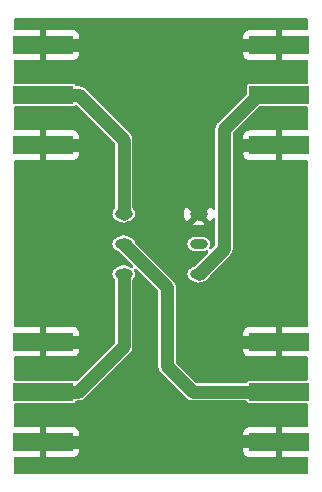
<source format=gbr>
%TF.GenerationSoftware,KiCad,Pcbnew,(7.0.0)*%
%TF.CreationDate,2023-09-17T18:35:59+02:00*%
%TF.ProjectId,lisn-mate,6c69736e-2d6d-4617-9465-2e6b69636164,rev?*%
%TF.SameCoordinates,PX5c887a0PY7eee240*%
%TF.FileFunction,Copper,L1,Top*%
%TF.FilePolarity,Positive*%
%FSLAX46Y46*%
G04 Gerber Fmt 4.6, Leading zero omitted, Abs format (unit mm)*
G04 Created by KiCad (PCBNEW (7.0.0)) date 2023-09-17 18:35:59*
%MOMM*%
%LPD*%
G01*
G04 APERTURE LIST*
%TA.AperFunction,SMDPad,CuDef*%
%ADD10O,1.500000X0.800000*%
%TD*%
%TA.AperFunction,SMDPad,CuDef*%
%ADD11R,5.080000X1.500000*%
%TD*%
%TA.AperFunction,ViaPad*%
%ADD12C,0.800000*%
%TD*%
%TA.AperFunction,Conductor*%
%ADD13C,1.070000*%
%TD*%
G04 APERTURE END LIST*
D10*
%TO.P,T1,1,AA*%
%TO.N,Net-(J1-In)*%
X16146999Y17955999D03*
%TO.P,T1,2*%
%TO.N,N/C*%
X16146999Y20495999D03*
%TO.P,T1,3,AB*%
%TO.N,GND*%
X16146999Y23035999D03*
%TO.P,T1,4,SA*%
%TO.N,Net-(J4-In)*%
X9796999Y23035999D03*
%TO.P,T1,5,SC*%
%TO.N,Net-(J2-In)*%
X9796999Y20495999D03*
%TO.P,T1,6,SB*%
%TO.N,Net-(J3-In)*%
X9796999Y17955999D03*
%TD*%
D11*
%TO.P,J2,1,In*%
%TO.N,Net-(J2-In)*%
X22971999Y7975999D03*
%TO.P,J2,2,Ext*%
%TO.N,GND*%
X22971999Y12225999D03*
X22971999Y3725999D03*
%TD*%
%TO.P,J1,1,In*%
%TO.N,Net-(J1-In)*%
X22971999Y33095999D03*
%TO.P,J1,2,Ext*%
%TO.N,GND*%
X22971999Y37345999D03*
X22971999Y28845999D03*
%TD*%
%TO.P,J4,1,In*%
%TO.N,Net-(J4-In)*%
X2971999Y33095999D03*
%TO.P,J4,2,Ext*%
%TO.N,GND*%
X2971999Y28845999D03*
X2971999Y37345999D03*
%TD*%
%TO.P,J3,1,In*%
%TO.N,Net-(J3-In)*%
X2971999Y7975999D03*
%TO.P,J3,2,Ext*%
%TO.N,GND*%
X2971999Y3725999D03*
X2971999Y12225999D03*
%TD*%
D12*
%TO.N,GND*%
X6350000Y12192000D03*
X19558000Y3810000D03*
X8128000Y2032000D03*
X13208000Y38608000D03*
X1524000Y20320000D03*
X24384000Y22860000D03*
X13208000Y2032000D03*
X18288000Y2032000D03*
X24384000Y17780000D03*
X6350000Y3810000D03*
X24384000Y15240000D03*
X15748000Y2032000D03*
X18288000Y38608000D03*
X19558000Y37338000D03*
X1524000Y17780000D03*
X1524000Y22860000D03*
X24384000Y20320000D03*
X1524000Y15240000D03*
X19558000Y28702000D03*
X1524000Y25400000D03*
X24384000Y25400000D03*
X6350000Y37338000D03*
X15748000Y38608000D03*
X6350000Y28702000D03*
X10668000Y38608000D03*
X10668000Y2032000D03*
X19558000Y12192000D03*
X8128000Y38608000D03*
%TD*%
D13*
%TO.N,Net-(J1-In)*%
X22972000Y33096000D02*
X21182000Y33096000D01*
X18288000Y30202000D02*
X18288000Y20097000D01*
X21182000Y33096000D02*
X18288000Y30202000D01*
X18288000Y20097000D02*
X16147000Y17956000D01*
%TO.N,GND*%
X22938000Y12192000D02*
X22972000Y12226000D01*
X2972000Y28846000D02*
X6206000Y28846000D01*
X22972000Y28846000D02*
X19702000Y28846000D01*
X6206000Y28846000D02*
X6350000Y28702000D01*
X19558000Y3810000D02*
X22888000Y3810000D01*
X2972000Y37346000D02*
X6342000Y37346000D01*
X22964000Y37338000D02*
X22972000Y37346000D01*
X6266000Y3726000D02*
X6350000Y3810000D01*
X16147000Y33927000D02*
X16147000Y23036000D01*
X19558000Y12192000D02*
X22938000Y12192000D01*
X2972000Y12226000D02*
X6316000Y12226000D01*
X2972000Y3726000D02*
X6266000Y3726000D01*
X6342000Y37346000D02*
X6350000Y37338000D01*
X19558000Y37338000D02*
X22964000Y37338000D01*
X22888000Y3810000D02*
X22972000Y3726000D01*
X19558000Y37338000D02*
X16147000Y33927000D01*
X6316000Y12226000D02*
X6350000Y12192000D01*
X19702000Y28846000D02*
X19558000Y28702000D01*
%TO.N,Net-(J2-In)*%
X9797000Y20496000D02*
X13462000Y16831000D01*
X15646000Y7976000D02*
X22972000Y7976000D01*
X13462000Y16831000D02*
X13462000Y10160000D01*
X13462000Y10160000D02*
X15646000Y7976000D01*
%TO.N,Net-(J3-In)*%
X2972000Y7976000D02*
X5944000Y7976000D01*
X5944000Y7976000D02*
X9797000Y11829000D01*
X9797000Y11829000D02*
X9797000Y17956000D01*
%TO.N,Net-(J4-In)*%
X9797000Y29319000D02*
X9797000Y23036000D01*
X6020000Y33096000D02*
X9797000Y29319000D01*
X2972000Y33096000D02*
X6020000Y33096000D01*
%TD*%
%TA.AperFunction,Conductor*%
%TO.N,GND*%
G36*
X10884318Y18368528D02*
G01*
X12690181Y16562665D01*
X12717061Y16522437D01*
X12726500Y16474984D01*
X12726500Y10222617D01*
X12725191Y10204648D01*
X12721806Y10181537D01*
X12722435Y10174346D01*
X12722435Y10174339D01*
X12726028Y10133279D01*
X12726500Y10122472D01*
X12726500Y10117161D01*
X12726916Y10113600D01*
X12726917Y10113586D01*
X12730022Y10087023D01*
X12730388Y10083438D01*
X12736791Y10010256D01*
X12739063Y10003397D01*
X12739659Y10000515D01*
X12739757Y9999905D01*
X12739766Y9999863D01*
X12739935Y9999269D01*
X12740614Y9996403D01*
X12741453Y9989227D01*
X12743922Y9982444D01*
X12743924Y9982435D01*
X12766575Y9920202D01*
X12767758Y9916799D01*
X12788599Y9853906D01*
X12788603Y9853896D01*
X12790873Y9847048D01*
X12794662Y9840904D01*
X12795910Y9838229D01*
X12796146Y9837658D01*
X12796159Y9837632D01*
X12796461Y9837091D01*
X12797788Y9834449D01*
X12800259Y9827661D01*
X12840636Y9766271D01*
X12842547Y9763271D01*
X12877341Y9706860D01*
X12877345Y9706855D01*
X12881134Y9700712D01*
X12886240Y9695606D01*
X12888070Y9693292D01*
X12888424Y9692801D01*
X12888462Y9692755D01*
X12888877Y9692302D01*
X12890768Y9690048D01*
X12894739Y9684011D01*
X12899992Y9679055D01*
X12899993Y9679054D01*
X12948179Y9633593D01*
X12950766Y9631080D01*
X15081645Y7500201D01*
X15093426Y7486569D01*
X15107375Y7467833D01*
X15112901Y7463196D01*
X15112907Y7463190D01*
X15144489Y7436690D01*
X15152464Y7429382D01*
X15156214Y7425632D01*
X15159046Y7423393D01*
X15159056Y7423384D01*
X15180021Y7406808D01*
X15182777Y7404564D01*
X15239085Y7357315D01*
X15245542Y7354073D01*
X15248000Y7352456D01*
X15248498Y7352096D01*
X15248549Y7352064D01*
X15249087Y7351763D01*
X15251585Y7350223D01*
X15257251Y7345742D01*
X15323857Y7314684D01*
X15327046Y7313139D01*
X15386269Y7283396D01*
X15386274Y7283394D01*
X15392732Y7280151D01*
X15399766Y7278484D01*
X15402533Y7277477D01*
X15403105Y7277240D01*
X15403140Y7277228D01*
X15403745Y7277056D01*
X15406527Y7276135D01*
X15413077Y7273080D01*
X15485000Y7258229D01*
X15488508Y7257451D01*
X15552999Y7242166D01*
X15553006Y7242166D01*
X15560032Y7240500D01*
X15567256Y7240500D01*
X15570183Y7240158D01*
X15570783Y7240061D01*
X15570843Y7240055D01*
X15571457Y7240028D01*
X15574386Y7239772D01*
X15581461Y7238311D01*
X15654899Y7240448D01*
X15658507Y7240500D01*
X20124448Y7240500D01*
X20171901Y7231061D01*
X20212130Y7204181D01*
X20239010Y7163951D01*
X20240749Y7159751D01*
X20243133Y7147769D01*
X20287448Y7081448D01*
X20353769Y7037133D01*
X20412252Y7025500D01*
X20418348Y7025500D01*
X25276000Y7025500D01*
X25338000Y7008887D01*
X25383387Y6963500D01*
X25400000Y6901500D01*
X25400000Y5100000D01*
X25383387Y5038000D01*
X25338000Y4992613D01*
X25276000Y4976000D01*
X23238326Y4976000D01*
X23225450Y4972550D01*
X23222000Y4959674D01*
X23222000Y2492326D01*
X23225450Y2479451D01*
X23238326Y2476000D01*
X25276000Y2476000D01*
X25338000Y2459387D01*
X25383387Y2414000D01*
X25400000Y2352000D01*
X25400000Y1140000D01*
X25383387Y1078000D01*
X25338000Y1032613D01*
X25276000Y1016000D01*
X632000Y1016000D01*
X570000Y1032613D01*
X524613Y1078000D01*
X508000Y1140000D01*
X508000Y2352000D01*
X524613Y2414000D01*
X570000Y2459387D01*
X632000Y2476000D01*
X2705674Y2476000D01*
X2718549Y2479451D01*
X2722000Y2492326D01*
X3222000Y2492326D01*
X3225450Y2479451D01*
X3238326Y2476000D01*
X5556518Y2476000D01*
X5563114Y2476354D01*
X5611667Y2481574D01*
X5626641Y2485112D01*
X5745777Y2529548D01*
X5761189Y2537963D01*
X5862092Y2613499D01*
X5874501Y2625908D01*
X5950037Y2726811D01*
X5958452Y2742223D01*
X6002888Y2861359D01*
X6006426Y2876333D01*
X6011646Y2924886D01*
X6012000Y2931482D01*
X19932000Y2931482D01*
X19932353Y2924886D01*
X19937573Y2876333D01*
X19941111Y2861359D01*
X19985547Y2742223D01*
X19993962Y2726811D01*
X20069498Y2625908D01*
X20081907Y2613499D01*
X20182810Y2537963D01*
X20198222Y2529548D01*
X20317358Y2485112D01*
X20332332Y2481574D01*
X20380885Y2476354D01*
X20387482Y2476000D01*
X22705674Y2476000D01*
X22718549Y2479451D01*
X22722000Y2492326D01*
X22722000Y3459674D01*
X22718549Y3472550D01*
X22705674Y3476000D01*
X19948326Y3476000D01*
X19935450Y3472550D01*
X19932000Y3459674D01*
X19932000Y2931482D01*
X6012000Y2931482D01*
X6012000Y3459674D01*
X6008549Y3472550D01*
X5995674Y3476000D01*
X3238326Y3476000D01*
X3225450Y3472550D01*
X3222000Y3459674D01*
X3222000Y2492326D01*
X2722000Y2492326D01*
X2722000Y3992326D01*
X3222000Y3992326D01*
X3225450Y3979451D01*
X3238326Y3976000D01*
X5995674Y3976000D01*
X6008549Y3979451D01*
X6012000Y3992326D01*
X19932000Y3992326D01*
X19935450Y3979451D01*
X19948326Y3976000D01*
X22705674Y3976000D01*
X22718549Y3979451D01*
X22722000Y3992326D01*
X22722000Y4959674D01*
X22718549Y4972550D01*
X22705674Y4976000D01*
X20387482Y4976000D01*
X20380885Y4975647D01*
X20332332Y4970427D01*
X20317358Y4966889D01*
X20198222Y4922453D01*
X20182810Y4914038D01*
X20081907Y4838502D01*
X20069498Y4826093D01*
X19993962Y4725190D01*
X19985547Y4709778D01*
X19941111Y4590642D01*
X19937573Y4575668D01*
X19932353Y4527115D01*
X19932000Y4520518D01*
X19932000Y3992326D01*
X6012000Y3992326D01*
X6012000Y4520518D01*
X6011646Y4527115D01*
X6006426Y4575668D01*
X6002888Y4590642D01*
X5958452Y4709778D01*
X5950037Y4725190D01*
X5874501Y4826093D01*
X5862092Y4838502D01*
X5761189Y4914038D01*
X5745777Y4922453D01*
X5626641Y4966889D01*
X5611667Y4970427D01*
X5563114Y4975647D01*
X5556518Y4976000D01*
X3238326Y4976000D01*
X3225450Y4972550D01*
X3222000Y4959674D01*
X3222000Y3992326D01*
X2722000Y3992326D01*
X2722000Y4959674D01*
X2718549Y4972550D01*
X2705674Y4976000D01*
X632000Y4976000D01*
X570000Y4992613D01*
X524613Y5038000D01*
X508000Y5100000D01*
X508000Y6901500D01*
X524613Y6963500D01*
X570000Y7008887D01*
X632000Y7025500D01*
X5525652Y7025500D01*
X5531748Y7025500D01*
X5590231Y7037133D01*
X5656552Y7081448D01*
X5700867Y7147769D01*
X5703250Y7159752D01*
X5704990Y7163951D01*
X5731870Y7204181D01*
X5772099Y7231061D01*
X5819552Y7240500D01*
X5881383Y7240500D01*
X5899352Y7239192D01*
X5922463Y7235806D01*
X5970720Y7240028D01*
X5981528Y7240500D01*
X5983230Y7240500D01*
X5986839Y7240500D01*
X6017030Y7244030D01*
X6020511Y7244385D01*
X6093744Y7250791D01*
X6100608Y7253067D01*
X6103465Y7253656D01*
X6104087Y7253757D01*
X6104152Y7253771D01*
X6104745Y7253939D01*
X6107597Y7254615D01*
X6114773Y7255453D01*
X6121559Y7257924D01*
X6121563Y7257924D01*
X6183816Y7280583D01*
X6187225Y7281768D01*
X6250093Y7302600D01*
X6250094Y7302601D01*
X6256952Y7304873D01*
X6263102Y7308668D01*
X6265761Y7309907D01*
X6266330Y7310143D01*
X6266380Y7310167D01*
X6266934Y7310476D01*
X6269540Y7311786D01*
X6276339Y7314259D01*
X6337747Y7354650D01*
X6340694Y7356528D01*
X6403288Y7395134D01*
X6408398Y7400246D01*
X6410700Y7402065D01*
X6411196Y7402423D01*
X6411256Y7402473D01*
X6411711Y7402889D01*
X6413949Y7404768D01*
X6419989Y7408739D01*
X6470442Y7462218D01*
X6472887Y7464735D01*
X10272806Y11264654D01*
X10286426Y11276424D01*
X10305167Y11290375D01*
X10336308Y11327490D01*
X10343607Y11335455D01*
X10347369Y11339215D01*
X10366205Y11363038D01*
X10368453Y11365797D01*
X10415685Y11422085D01*
X10418930Y11428548D01*
X10420529Y11430979D01*
X10420894Y11431485D01*
X10420940Y11431556D01*
X10421235Y11432085D01*
X10422773Y11434579D01*
X10427259Y11440251D01*
X10458323Y11506872D01*
X10459863Y11510053D01*
X10492849Y11575732D01*
X10494516Y11582771D01*
X10495515Y11585513D01*
X10495756Y11586096D01*
X10495776Y11586153D01*
X10495944Y11586745D01*
X10496866Y11589529D01*
X10499921Y11596078D01*
X10514780Y11668044D01*
X10515562Y11671569D01*
X10532500Y11743032D01*
X10532500Y11750253D01*
X10532843Y11753186D01*
X10532938Y11753775D01*
X10532945Y11753846D01*
X10532972Y11754457D01*
X10533228Y11757388D01*
X10534689Y11764461D01*
X10532552Y11837915D01*
X10532500Y11841521D01*
X10532500Y17435073D01*
X10541938Y17482524D01*
X10568816Y17522752D01*
X10568835Y17522772D01*
X10575282Y17527718D01*
X10671536Y17653159D01*
X10732044Y17799238D01*
X10752682Y17956000D01*
X10732044Y18112762D01*
X10682075Y18233396D01*
X10674164Y18300244D01*
X10702346Y18361378D01*
X10758319Y18398778D01*
X10825584Y18401421D01*
X10884318Y18368528D01*
G37*
%TD.AperFunction*%
%TA.AperFunction,Conductor*%
G36*
X25338000Y39607387D02*
G01*
X25383387Y39562000D01*
X25400000Y39500000D01*
X25400000Y38720000D01*
X25383387Y38658000D01*
X25338000Y38612613D01*
X25276000Y38596000D01*
X23238326Y38596000D01*
X23225450Y38592550D01*
X23222000Y38579674D01*
X23222000Y36112326D01*
X23225450Y36099451D01*
X23238326Y36096000D01*
X25276000Y36096000D01*
X25338000Y36079387D01*
X25383387Y36034000D01*
X25400000Y35972000D01*
X25400000Y34170500D01*
X25383387Y34108500D01*
X25338000Y34063113D01*
X25276000Y34046500D01*
X20412252Y34046500D01*
X20406277Y34045312D01*
X20406271Y34045311D01*
X20365747Y34037250D01*
X20365745Y34037250D01*
X20353769Y34034867D01*
X20343618Y34028085D01*
X20343615Y34028083D01*
X20297601Y33997337D01*
X20297598Y33997335D01*
X20287448Y33990552D01*
X20280665Y33980402D01*
X20280663Y33980399D01*
X20249917Y33934385D01*
X20249915Y33934382D01*
X20243133Y33924231D01*
X20240750Y33912255D01*
X20240750Y33912253D01*
X20232689Y33871729D01*
X20232688Y33871723D01*
X20231500Y33865748D01*
X20231500Y33859652D01*
X20231500Y33237017D01*
X20222061Y33189564D01*
X20195181Y33149336D01*
X17812200Y30766356D01*
X17798572Y30754578D01*
X17785626Y30744940D01*
X17785615Y30744931D01*
X17779833Y30740625D01*
X17775196Y30735100D01*
X17775196Y30735099D01*
X17748691Y30703512D01*
X17741396Y30695550D01*
X17740180Y30694335D01*
X17740174Y30694329D01*
X17737631Y30691785D01*
X17735394Y30688957D01*
X17735386Y30688947D01*
X17718812Y30667987D01*
X17716539Y30665196D01*
X17673951Y30614441D01*
X17673948Y30614437D01*
X17669315Y30608915D01*
X17666079Y30602475D01*
X17664446Y30599990D01*
X17664100Y30599511D01*
X17664066Y30599458D01*
X17663774Y30598934D01*
X17662215Y30596407D01*
X17657742Y30590749D01*
X17654694Y30584213D01*
X17654688Y30584203D01*
X17626679Y30524139D01*
X17625125Y30520929D01*
X17592151Y30455268D01*
X17590486Y30448248D01*
X17589470Y30445454D01*
X17589240Y30444898D01*
X17589222Y30444848D01*
X17589059Y30444272D01*
X17588127Y30441460D01*
X17585079Y30434922D01*
X17583619Y30427856D01*
X17583620Y30427856D01*
X17570227Y30362997D01*
X17569447Y30359480D01*
X17554164Y30294994D01*
X17554162Y30294985D01*
X17552500Y30287968D01*
X17552500Y30280756D01*
X17552156Y30277812D01*
X17552060Y30277221D01*
X17552055Y30277164D01*
X17552028Y30276543D01*
X17551771Y30273613D01*
X17550311Y30266539D01*
X17550521Y30259323D01*
X17550521Y30259322D01*
X17552448Y30193100D01*
X17552500Y30189493D01*
X17552500Y23461415D01*
X17534565Y23397180D01*
X17485949Y23351526D01*
X17420714Y23337660D01*
X17357731Y23359593D01*
X17315220Y23410980D01*
X17283357Y23482545D01*
X17276898Y23493733D01*
X17173331Y23636281D01*
X17164686Y23645881D01*
X17147860Y23661032D01*
X17136256Y23667072D01*
X17124982Y23660431D01*
X16512096Y23047544D01*
X16505431Y23036000D01*
X16512095Y23024458D01*
X17124981Y22411572D01*
X17136256Y22404930D01*
X17147861Y22410971D01*
X17164686Y22426120D01*
X17173331Y22435721D01*
X17276898Y22578267D01*
X17283357Y22589455D01*
X17315220Y22661019D01*
X17357731Y22712406D01*
X17420714Y22734339D01*
X17485949Y22720473D01*
X17534565Y22674819D01*
X17552500Y22610584D01*
X17552500Y20453016D01*
X17543061Y20405563D01*
X17516183Y20365338D01*
X17369455Y20218609D01*
X17234318Y20083473D01*
X17175584Y20050581D01*
X17108318Y20053224D01*
X17052346Y20090624D01*
X17024163Y20151758D01*
X17032075Y20218604D01*
X17082044Y20339238D01*
X17102682Y20496000D01*
X17082044Y20652762D01*
X17021536Y20798841D01*
X16925282Y20924282D01*
X16799841Y21020536D01*
X16661273Y21077933D01*
X16661271Y21077934D01*
X16661268Y21077935D01*
X16653762Y21081044D01*
X16645708Y21082105D01*
X16645702Y21082106D01*
X16540381Y21095971D01*
X16540377Y21095972D01*
X16536361Y21096500D01*
X15757639Y21096500D01*
X15753623Y21095972D01*
X15753618Y21095971D01*
X15648297Y21082106D01*
X15648289Y21082104D01*
X15640238Y21081044D01*
X15632733Y21077936D01*
X15632728Y21077934D01*
X15501666Y21023646D01*
X15501662Y21023645D01*
X15494159Y21020536D01*
X15487714Y21015592D01*
X15487711Y21015589D01*
X15375164Y20929229D01*
X15375160Y20929226D01*
X15368718Y20924282D01*
X15363774Y20917840D01*
X15363771Y20917836D01*
X15277411Y20805289D01*
X15277408Y20805286D01*
X15272464Y20798841D01*
X15269355Y20791338D01*
X15269354Y20791334D01*
X15215066Y20660272D01*
X15215064Y20660267D01*
X15211956Y20652762D01*
X15210896Y20644711D01*
X15210894Y20644703D01*
X15192702Y20506518D01*
X15191318Y20496000D01*
X15192379Y20487941D01*
X15210894Y20347298D01*
X15210895Y20347292D01*
X15211956Y20339238D01*
X15272464Y20193159D01*
X15368718Y20067718D01*
X15494159Y19971464D01*
X15640238Y19910956D01*
X15757639Y19895500D01*
X16532308Y19895500D01*
X16536361Y19895500D01*
X16653762Y19910956D01*
X16774393Y19960924D01*
X16841243Y19968835D01*
X16902376Y19940652D01*
X16939776Y19884680D01*
X16942419Y19817415D01*
X16909526Y19758681D01*
X15729484Y18578640D01*
X15696650Y18555110D01*
X15657994Y18543383D01*
X15648304Y18542107D01*
X15648296Y18542106D01*
X15640238Y18541044D01*
X15632731Y18537935D01*
X15632725Y18537933D01*
X15501666Y18483646D01*
X15501662Y18483645D01*
X15494159Y18480536D01*
X15487714Y18475592D01*
X15487711Y18475589D01*
X15375164Y18389229D01*
X15375160Y18389226D01*
X15368718Y18384282D01*
X15363774Y18377840D01*
X15363771Y18377836D01*
X15277411Y18265289D01*
X15277408Y18265286D01*
X15272464Y18258841D01*
X15269355Y18251338D01*
X15269354Y18251334D01*
X15215066Y18120272D01*
X15215064Y18120267D01*
X15211956Y18112762D01*
X15210896Y18104711D01*
X15210894Y18104703D01*
X15192702Y17966518D01*
X15191318Y17956000D01*
X15192379Y17947941D01*
X15210894Y17807298D01*
X15210895Y17807292D01*
X15211956Y17799238D01*
X15272464Y17653159D01*
X15368718Y17527718D01*
X15494159Y17431464D01*
X15580569Y17395672D01*
X15632729Y17374066D01*
X15632731Y17374066D01*
X15640238Y17370956D01*
X15684030Y17365192D01*
X15738967Y17343829D01*
X15795555Y17304205D01*
X15955342Y17240725D01*
X16125463Y17215806D01*
X16296744Y17230791D01*
X16459952Y17284873D01*
X16562200Y17347942D01*
X16611113Y17365342D01*
X16653762Y17370956D01*
X16799841Y17431464D01*
X16925282Y17527718D01*
X17021536Y17653159D01*
X17082044Y17799238D01*
X17084381Y17816991D01*
X17096107Y17855649D01*
X17119636Y17888484D01*
X18763806Y19532654D01*
X18777426Y19544424D01*
X18796167Y19558375D01*
X18827308Y19595490D01*
X18834607Y19603455D01*
X18838369Y19607215D01*
X18857203Y19631037D01*
X18859437Y19633780D01*
X18906685Y19690085D01*
X18909930Y19696548D01*
X18911531Y19698982D01*
X18911892Y19699482D01*
X18911936Y19699552D01*
X18912238Y19700092D01*
X18913771Y19702578D01*
X18918258Y19708251D01*
X18949350Y19774931D01*
X18950824Y19777976D01*
X18983849Y19843732D01*
X18985516Y19850768D01*
X18986517Y19853517D01*
X18986753Y19854088D01*
X18986777Y19854155D01*
X18986944Y19854744D01*
X18987865Y19857527D01*
X18990921Y19864077D01*
X19005781Y19936048D01*
X19006563Y19939573D01*
X19011623Y19960923D01*
X19023500Y20011032D01*
X19023500Y20018253D01*
X19023843Y20021186D01*
X19023938Y20021775D01*
X19023945Y20021846D01*
X19023972Y20022457D01*
X19024228Y20025387D01*
X19025689Y20032461D01*
X19023552Y20105900D01*
X19023500Y20109507D01*
X19023500Y28051482D01*
X19932000Y28051482D01*
X19932353Y28044886D01*
X19937573Y27996333D01*
X19941111Y27981359D01*
X19985547Y27862223D01*
X19993962Y27846811D01*
X20069498Y27745908D01*
X20081907Y27733499D01*
X20182810Y27657963D01*
X20198222Y27649548D01*
X20317358Y27605112D01*
X20332332Y27601574D01*
X20380885Y27596354D01*
X20387482Y27596000D01*
X22705674Y27596000D01*
X22718549Y27599451D01*
X22722000Y27612326D01*
X22722000Y28579674D01*
X22718549Y28592550D01*
X22705674Y28596000D01*
X19948326Y28596000D01*
X19935450Y28592550D01*
X19932000Y28579674D01*
X19932000Y28051482D01*
X19023500Y28051482D01*
X19023500Y29112326D01*
X19932000Y29112326D01*
X19935450Y29099451D01*
X19948326Y29096000D01*
X22705674Y29096000D01*
X22718549Y29099451D01*
X22722000Y29112326D01*
X22722000Y30079674D01*
X22718549Y30092550D01*
X22705674Y30096000D01*
X20387482Y30096000D01*
X20380885Y30095647D01*
X20332332Y30090427D01*
X20317358Y30086889D01*
X20198222Y30042453D01*
X20182810Y30034038D01*
X20081907Y29958502D01*
X20069498Y29946093D01*
X19993962Y29845190D01*
X19985547Y29829778D01*
X19941111Y29710642D01*
X19937573Y29695668D01*
X19932353Y29647115D01*
X19932000Y29640518D01*
X19932000Y29112326D01*
X19023500Y29112326D01*
X19023500Y29845984D01*
X19032939Y29893437D01*
X19059819Y29933665D01*
X21235335Y32109181D01*
X21275563Y32136061D01*
X21323016Y32145500D01*
X25276000Y32145500D01*
X25338000Y32128887D01*
X25383387Y32083500D01*
X25400000Y32021500D01*
X25400000Y30220000D01*
X25383387Y30158000D01*
X25338000Y30112613D01*
X25276000Y30096000D01*
X23238326Y30096000D01*
X23225450Y30092550D01*
X23222000Y30079674D01*
X23222000Y27612326D01*
X23225450Y27599451D01*
X23238326Y27596000D01*
X25276000Y27596000D01*
X25338000Y27579387D01*
X25383387Y27534000D01*
X25400000Y27472000D01*
X25400000Y13600000D01*
X25383387Y13538000D01*
X25338000Y13492613D01*
X25276000Y13476000D01*
X23238326Y13476000D01*
X23225450Y13472550D01*
X23222000Y13459674D01*
X23222000Y10992326D01*
X23225450Y10979451D01*
X23238326Y10976000D01*
X25276000Y10976000D01*
X25338000Y10959387D01*
X25383387Y10914000D01*
X25400000Y10852000D01*
X25400000Y9050500D01*
X25383387Y8988500D01*
X25338000Y8943113D01*
X25276000Y8926500D01*
X20412252Y8926500D01*
X20406277Y8925312D01*
X20406271Y8925311D01*
X20365747Y8917250D01*
X20365745Y8917250D01*
X20353769Y8914867D01*
X20343618Y8908085D01*
X20343615Y8908083D01*
X20297601Y8877337D01*
X20297598Y8877335D01*
X20287448Y8870552D01*
X20280665Y8860402D01*
X20280663Y8860399D01*
X20249919Y8814388D01*
X20249917Y8814385D01*
X20243133Y8804231D01*
X20240749Y8792250D01*
X20239010Y8788049D01*
X20212130Y8747819D01*
X20171901Y8720939D01*
X20124448Y8711500D01*
X16002016Y8711500D01*
X15954563Y8720939D01*
X15914335Y8747819D01*
X14233819Y10428335D01*
X14206939Y10468563D01*
X14197500Y10516016D01*
X14197500Y11431482D01*
X19932000Y11431482D01*
X19932353Y11424886D01*
X19937573Y11376333D01*
X19941111Y11361359D01*
X19985547Y11242223D01*
X19993962Y11226811D01*
X20069498Y11125908D01*
X20081907Y11113499D01*
X20182810Y11037963D01*
X20198222Y11029548D01*
X20317358Y10985112D01*
X20332332Y10981574D01*
X20380885Y10976354D01*
X20387482Y10976000D01*
X22705674Y10976000D01*
X22718549Y10979451D01*
X22722000Y10992326D01*
X22722000Y11959674D01*
X22718549Y11972550D01*
X22705674Y11976000D01*
X19948326Y11976000D01*
X19935450Y11972550D01*
X19932000Y11959674D01*
X19932000Y11431482D01*
X14197500Y11431482D01*
X14197500Y12492326D01*
X19932000Y12492326D01*
X19935450Y12479451D01*
X19948326Y12476000D01*
X22705674Y12476000D01*
X22718549Y12479451D01*
X22722000Y12492326D01*
X22722000Y13459674D01*
X22718549Y13472550D01*
X22705674Y13476000D01*
X20387482Y13476000D01*
X20380885Y13475647D01*
X20332332Y13470427D01*
X20317358Y13466889D01*
X20198222Y13422453D01*
X20182810Y13414038D01*
X20081907Y13338502D01*
X20069498Y13326093D01*
X19993962Y13225190D01*
X19985547Y13209778D01*
X19941111Y13090642D01*
X19937573Y13075668D01*
X19932353Y13027115D01*
X19932000Y13020518D01*
X19932000Y12492326D01*
X14197500Y12492326D01*
X14197500Y16768383D01*
X14198809Y16786355D01*
X14202194Y16809463D01*
X14197972Y16857721D01*
X14197500Y16868528D01*
X14197500Y16870229D01*
X14197500Y16873839D01*
X14193979Y16903960D01*
X14193612Y16907551D01*
X14193387Y16910122D01*
X14187209Y16980744D01*
X14184934Y16987607D01*
X14184344Y16990467D01*
X14184245Y16991079D01*
X14184228Y16991154D01*
X14184062Y16991741D01*
X14183385Y16994598D01*
X14182547Y17001773D01*
X14157415Y17070821D01*
X14156232Y17074226D01*
X14133127Y17143952D01*
X14129335Y17150100D01*
X14128089Y17152772D01*
X14127854Y17153339D01*
X14127838Y17153373D01*
X14127527Y17153929D01*
X14126214Y17156543D01*
X14123741Y17163339D01*
X14083353Y17224744D01*
X14081469Y17227701D01*
X14042866Y17290288D01*
X14037756Y17295398D01*
X14035928Y17297710D01*
X14035574Y17298200D01*
X14035528Y17298257D01*
X14035119Y17298703D01*
X14033229Y17300956D01*
X14029261Y17306989D01*
X13975819Y17357409D01*
X13973232Y17359922D01*
X10769638Y20563516D01*
X10746106Y20596356D01*
X10734381Y20635011D01*
X10732044Y20652762D01*
X10671536Y20798841D01*
X10575282Y20924282D01*
X10449841Y21020536D01*
X10303762Y21081044D01*
X10279463Y21084244D01*
X10264678Y21086190D01*
X10203957Y21111861D01*
X10191411Y21121781D01*
X10185749Y21126258D01*
X10179206Y21129309D01*
X10179203Y21129311D01*
X10036470Y21195868D01*
X10036467Y21195869D01*
X10029922Y21198921D01*
X10009011Y21203239D01*
X9868613Y21232229D01*
X9868607Y21232230D01*
X9861539Y21233689D01*
X9854321Y21233479D01*
X9696896Y21228899D01*
X9696888Y21228898D01*
X9689677Y21228688D01*
X9682705Y21226820D01*
X9682699Y21226819D01*
X9530574Y21186057D01*
X9530569Y21186056D01*
X9523601Y21184188D01*
X9517248Y21180763D01*
X9517244Y21180761D01*
X9372263Y21102588D01*
X9371644Y21103736D01*
X9325083Y21085632D01*
X9298299Y21082106D01*
X9298294Y21082105D01*
X9290238Y21081044D01*
X9282731Y21077935D01*
X9282725Y21077933D01*
X9151666Y21023646D01*
X9151662Y21023645D01*
X9144159Y21020536D01*
X9137714Y21015592D01*
X9137711Y21015589D01*
X9025164Y20929229D01*
X9025160Y20929226D01*
X9018718Y20924282D01*
X9013774Y20917840D01*
X9013771Y20917836D01*
X8927411Y20805289D01*
X8927408Y20805286D01*
X8922464Y20798841D01*
X8919355Y20791338D01*
X8919354Y20791334D01*
X8865066Y20660272D01*
X8865064Y20660267D01*
X8861956Y20652762D01*
X8860896Y20644711D01*
X8860894Y20644703D01*
X8842702Y20506518D01*
X8841318Y20496000D01*
X8842379Y20487941D01*
X8860894Y20347298D01*
X8860895Y20347292D01*
X8861956Y20339238D01*
X8922464Y20193159D01*
X9018718Y20067718D01*
X9144159Y19971464D01*
X9290238Y19910956D01*
X9307989Y19908619D01*
X9346644Y19896894D01*
X9379484Y19873362D01*
X10559527Y18693319D01*
X10592420Y18634585D01*
X10589777Y18567320D01*
X10552378Y18511348D01*
X10491244Y18483165D01*
X10424393Y18491077D01*
X10311274Y18537933D01*
X10311270Y18537935D01*
X10303762Y18541044D01*
X10295703Y18542105D01*
X10295700Y18542106D01*
X10264625Y18546197D01*
X10218812Y18561749D01*
X10096555Y18632334D01*
X10096552Y18632335D01*
X10090300Y18635945D01*
X10060209Y18644954D01*
X9932508Y18683186D01*
X9932502Y18683188D01*
X9925588Y18685257D01*
X9918381Y18685677D01*
X9918374Y18685678D01*
X9761152Y18694835D01*
X9761144Y18694835D01*
X9753943Y18695254D01*
X9746831Y18694001D01*
X9746830Y18694000D01*
X9591732Y18666653D01*
X9591724Y18666651D01*
X9584620Y18665398D01*
X9577996Y18662542D01*
X9577990Y18662539D01*
X9433377Y18600159D01*
X9433369Y18600155D01*
X9426747Y18597298D01*
X9420957Y18592989D01*
X9420954Y18592986D01*
X9390151Y18570055D01*
X9332296Y18546582D01*
X9298296Y18542105D01*
X9298295Y18542105D01*
X9290238Y18541044D01*
X9282728Y18537934D01*
X9282727Y18537933D01*
X9151666Y18483646D01*
X9151662Y18483645D01*
X9144159Y18480536D01*
X9137714Y18475592D01*
X9137711Y18475589D01*
X9025164Y18389229D01*
X9025160Y18389226D01*
X9018718Y18384282D01*
X9013774Y18377840D01*
X9013771Y18377836D01*
X8927411Y18265289D01*
X8927408Y18265286D01*
X8922464Y18258841D01*
X8919355Y18251338D01*
X8919354Y18251334D01*
X8865066Y18120272D01*
X8865064Y18120267D01*
X8861956Y18112762D01*
X8860896Y18104711D01*
X8860894Y18104703D01*
X8842702Y17966518D01*
X8841318Y17956000D01*
X8842379Y17947941D01*
X8860894Y17807298D01*
X8860895Y17807292D01*
X8861956Y17799238D01*
X8922464Y17653159D01*
X9018718Y17527718D01*
X9025164Y17522772D01*
X9025184Y17522752D01*
X9052062Y17482524D01*
X9061500Y17435073D01*
X9061500Y12185016D01*
X9052061Y12137563D01*
X9025181Y12097335D01*
X5813471Y8885626D01*
X5757884Y8853532D01*
X5693696Y8853532D01*
X5658685Y8873746D01*
X5656552Y8870552D01*
X5600384Y8908083D01*
X5600383Y8908084D01*
X5590231Y8914867D01*
X5578253Y8917250D01*
X5578252Y8917250D01*
X5537728Y8925311D01*
X5537723Y8925312D01*
X5531748Y8926500D01*
X632000Y8926500D01*
X570000Y8943113D01*
X524613Y8988500D01*
X508000Y9050500D01*
X508000Y10852000D01*
X524613Y10914000D01*
X570000Y10959387D01*
X632000Y10976000D01*
X2705674Y10976000D01*
X2718549Y10979451D01*
X2722000Y10992326D01*
X3222000Y10992326D01*
X3225450Y10979451D01*
X3238326Y10976000D01*
X5556518Y10976000D01*
X5563114Y10976354D01*
X5611667Y10981574D01*
X5626641Y10985112D01*
X5745777Y11029548D01*
X5761189Y11037963D01*
X5862092Y11113499D01*
X5874501Y11125908D01*
X5950037Y11226811D01*
X5958452Y11242223D01*
X6002888Y11361359D01*
X6006426Y11376333D01*
X6011646Y11424886D01*
X6012000Y11431482D01*
X6012000Y11959674D01*
X6008549Y11972550D01*
X5995674Y11976000D01*
X3238326Y11976000D01*
X3225450Y11972550D01*
X3222000Y11959674D01*
X3222000Y10992326D01*
X2722000Y10992326D01*
X2722000Y12492326D01*
X3222000Y12492326D01*
X3225450Y12479451D01*
X3238326Y12476000D01*
X5995674Y12476000D01*
X6008549Y12479451D01*
X6012000Y12492326D01*
X6012000Y13020518D01*
X6011646Y13027115D01*
X6006426Y13075668D01*
X6002888Y13090642D01*
X5958452Y13209778D01*
X5950037Y13225190D01*
X5874501Y13326093D01*
X5862092Y13338502D01*
X5761189Y13414038D01*
X5745777Y13422453D01*
X5626641Y13466889D01*
X5611667Y13470427D01*
X5563114Y13475647D01*
X5556518Y13476000D01*
X3238326Y13476000D01*
X3225450Y13472550D01*
X3222000Y13459674D01*
X3222000Y12492326D01*
X2722000Y12492326D01*
X2722000Y13459674D01*
X2718549Y13472550D01*
X2705674Y13476000D01*
X632000Y13476000D01*
X570000Y13492613D01*
X524613Y13538000D01*
X508000Y13600000D01*
X508000Y22152650D01*
X15621673Y22152650D01*
X15632218Y22148363D01*
X15746614Y22136339D01*
X15753078Y22136000D01*
X16540922Y22136000D01*
X16547385Y22136339D01*
X16661780Y22148362D01*
X16672325Y22152650D01*
X16666827Y22162620D01*
X16158542Y22670905D01*
X16147000Y22677569D01*
X16135456Y22670904D01*
X15627172Y22162621D01*
X15621673Y22152650D01*
X508000Y22152650D01*
X508000Y27472000D01*
X524613Y27534000D01*
X570000Y27579387D01*
X632000Y27596000D01*
X2705674Y27596000D01*
X2718549Y27599451D01*
X2722000Y27612326D01*
X3222000Y27612326D01*
X3225450Y27599451D01*
X3238326Y27596000D01*
X5556518Y27596000D01*
X5563114Y27596354D01*
X5611667Y27601574D01*
X5626641Y27605112D01*
X5745777Y27649548D01*
X5761189Y27657963D01*
X5862092Y27733499D01*
X5874501Y27745908D01*
X5950037Y27846811D01*
X5958452Y27862223D01*
X6002888Y27981359D01*
X6006426Y27996333D01*
X6011646Y28044886D01*
X6012000Y28051482D01*
X6012000Y28579674D01*
X6008549Y28592550D01*
X5995674Y28596000D01*
X3238326Y28596000D01*
X3225450Y28592550D01*
X3222000Y28579674D01*
X3222000Y27612326D01*
X2722000Y27612326D01*
X2722000Y29112326D01*
X3222000Y29112326D01*
X3225450Y29099451D01*
X3238326Y29096000D01*
X5995674Y29096000D01*
X6008549Y29099451D01*
X6012000Y29112326D01*
X6012000Y29640518D01*
X6011646Y29647115D01*
X6006426Y29695668D01*
X6002888Y29710642D01*
X5958452Y29829778D01*
X5950037Y29845190D01*
X5874501Y29946093D01*
X5862092Y29958502D01*
X5761189Y30034038D01*
X5745777Y30042453D01*
X5626641Y30086889D01*
X5611667Y30090427D01*
X5563114Y30095647D01*
X5556518Y30096000D01*
X3238326Y30096000D01*
X3225450Y30092550D01*
X3222000Y30079674D01*
X3222000Y29112326D01*
X2722000Y29112326D01*
X2722000Y30079674D01*
X2718549Y30092550D01*
X2705674Y30096000D01*
X632000Y30096000D01*
X570000Y30112613D01*
X524613Y30158000D01*
X508000Y30220000D01*
X508000Y32021500D01*
X524613Y32083500D01*
X570000Y32128887D01*
X632000Y32145500D01*
X5525652Y32145500D01*
X5531748Y32145500D01*
X5590231Y32157133D01*
X5656552Y32201448D01*
X5663337Y32211603D01*
X5671973Y32220238D01*
X5673153Y32219058D01*
X5699205Y32243868D01*
X5750803Y32260919D01*
X5804737Y32254270D01*
X5850648Y32225198D01*
X9025181Y29050665D01*
X9052061Y29010437D01*
X9061500Y28962984D01*
X9061500Y23556927D01*
X9052062Y23509476D01*
X9025184Y23469248D01*
X9025164Y23469229D01*
X9018718Y23464282D01*
X9013771Y23457836D01*
X9013769Y23457833D01*
X8927411Y23345289D01*
X8927408Y23345286D01*
X8922464Y23338841D01*
X8919355Y23331338D01*
X8919354Y23331334D01*
X8865066Y23200272D01*
X8865064Y23200267D01*
X8861956Y23192762D01*
X8860896Y23184711D01*
X8860894Y23184703D01*
X8852915Y23124092D01*
X8841318Y23036000D01*
X8842379Y23027941D01*
X8860894Y22887298D01*
X8860895Y22887292D01*
X8861956Y22879238D01*
X8922464Y22733159D01*
X9018718Y22607718D01*
X9144159Y22511464D01*
X9290238Y22450956D01*
X9329374Y22445804D01*
X9375182Y22430255D01*
X9503700Y22356055D01*
X9668412Y22306743D01*
X9840057Y22296746D01*
X10009380Y22326602D01*
X10167253Y22394702D01*
X10203844Y22421944D01*
X10261707Y22445420D01*
X10303762Y22450956D01*
X10449841Y22511464D01*
X10575282Y22607718D01*
X10671536Y22733159D01*
X10732044Y22879238D01*
X10741085Y22947908D01*
X14897000Y22947908D01*
X14898352Y22935046D01*
X14934984Y22762706D01*
X14938976Y22750421D01*
X15010641Y22589457D01*
X15017101Y22578268D01*
X15120668Y22435720D01*
X15129313Y22426120D01*
X15146138Y22410970D01*
X15157742Y22404930D01*
X15169016Y22411571D01*
X15781904Y23024458D01*
X15788568Y23036000D01*
X15781904Y23047543D01*
X15169016Y23660431D01*
X15157742Y23667072D01*
X15146138Y23661031D01*
X15129311Y23645880D01*
X15120668Y23636280D01*
X15017101Y23493734D01*
X15010642Y23482546D01*
X14938976Y23321580D01*
X14934984Y23309295D01*
X14898352Y23136955D01*
X14897000Y23124092D01*
X14897000Y22947908D01*
X10741085Y22947908D01*
X10752682Y23036000D01*
X10732044Y23192762D01*
X10671536Y23338841D01*
X10575282Y23464282D01*
X10568835Y23469229D01*
X10568816Y23469248D01*
X10541938Y23509476D01*
X10532500Y23556927D01*
X10532500Y23919353D01*
X15621672Y23919353D01*
X15627170Y23909383D01*
X16135457Y23401096D01*
X16147000Y23394432D01*
X16158542Y23401096D01*
X16666828Y23909383D01*
X16672326Y23919353D01*
X16661783Y23923639D01*
X16547386Y23935662D01*
X16540922Y23936000D01*
X15753078Y23936000D01*
X15746613Y23935662D01*
X15632215Y23923639D01*
X15621672Y23919353D01*
X10532500Y23919353D01*
X10532500Y29256383D01*
X10533809Y29274355D01*
X10537194Y29297463D01*
X10532972Y29345721D01*
X10532500Y29356528D01*
X10532500Y29358229D01*
X10532500Y29361839D01*
X10528979Y29391960D01*
X10528612Y29395551D01*
X10528387Y29398122D01*
X10522209Y29468744D01*
X10519934Y29475607D01*
X10519344Y29478467D01*
X10519245Y29479079D01*
X10519228Y29479154D01*
X10519062Y29479741D01*
X10518385Y29482598D01*
X10517547Y29489773D01*
X10492415Y29558821D01*
X10491232Y29562226D01*
X10468127Y29631952D01*
X10464335Y29638100D01*
X10463089Y29640772D01*
X10462854Y29641339D01*
X10462838Y29641373D01*
X10462527Y29641929D01*
X10461214Y29644543D01*
X10458741Y29651339D01*
X10418353Y29712744D01*
X10416469Y29715701D01*
X10377866Y29778288D01*
X10372756Y29783398D01*
X10370928Y29785710D01*
X10370574Y29786200D01*
X10370528Y29786257D01*
X10370119Y29786703D01*
X10368229Y29788956D01*
X10364261Y29794989D01*
X10310819Y29845409D01*
X10308232Y29847922D01*
X6584354Y33571800D01*
X6572571Y33585434D01*
X6562939Y33598372D01*
X6558625Y33604167D01*
X6521515Y33635307D01*
X6513539Y33642615D01*
X6512337Y33643817D01*
X6512336Y33643818D01*
X6509785Y33646369D01*
X6506957Y33648605D01*
X6506947Y33648614D01*
X6485977Y33665195D01*
X6483180Y33667473D01*
X6432450Y33710041D01*
X6432447Y33710043D01*
X6426915Y33714685D01*
X6420455Y33717930D01*
X6418003Y33719542D01*
X6417502Y33719904D01*
X6417450Y33719937D01*
X6416924Y33720231D01*
X6414410Y33721782D01*
X6408749Y33726258D01*
X6402207Y33729309D01*
X6402205Y33729310D01*
X6342165Y33757307D01*
X6338920Y33758878D01*
X6279721Y33788609D01*
X6279715Y33788611D01*
X6273268Y33791849D01*
X6266241Y33793515D01*
X6263470Y33794523D01*
X6262906Y33794757D01*
X6262849Y33794777D01*
X6262270Y33794941D01*
X6259461Y33795872D01*
X6252922Y33798921D01*
X6245853Y33800381D01*
X6245852Y33800381D01*
X6180996Y33813773D01*
X6177477Y33814553D01*
X6112990Y33829837D01*
X6112979Y33829839D01*
X6105968Y33831500D01*
X6098756Y33831500D01*
X6095812Y33831844D01*
X6095225Y33831939D01*
X6095160Y33831946D01*
X6094543Y33831972D01*
X6091612Y33832229D01*
X6084539Y33833689D01*
X6077321Y33833479D01*
X6011100Y33831552D01*
X6007493Y33831500D01*
X5819552Y33831500D01*
X5772099Y33840939D01*
X5731870Y33867819D01*
X5704990Y33908049D01*
X5703250Y33912249D01*
X5700867Y33924231D01*
X5656552Y33990552D01*
X5590231Y34034867D01*
X5578253Y34037250D01*
X5578252Y34037250D01*
X5537728Y34045311D01*
X5537723Y34045312D01*
X5531748Y34046500D01*
X632000Y34046500D01*
X570000Y34063113D01*
X524613Y34108500D01*
X508000Y34170500D01*
X508000Y35972000D01*
X524613Y36034000D01*
X570000Y36079387D01*
X632000Y36096000D01*
X2705674Y36096000D01*
X2718549Y36099451D01*
X2722000Y36112326D01*
X3222000Y36112326D01*
X3225450Y36099451D01*
X3238326Y36096000D01*
X5556518Y36096000D01*
X5563114Y36096354D01*
X5611667Y36101574D01*
X5626641Y36105112D01*
X5745777Y36149548D01*
X5761189Y36157963D01*
X5862092Y36233499D01*
X5874501Y36245908D01*
X5950037Y36346811D01*
X5958452Y36362223D01*
X6002888Y36481359D01*
X6006426Y36496333D01*
X6011646Y36544886D01*
X6012000Y36551482D01*
X19932000Y36551482D01*
X19932353Y36544886D01*
X19937573Y36496333D01*
X19941111Y36481359D01*
X19985547Y36362223D01*
X19993962Y36346811D01*
X20069498Y36245908D01*
X20081907Y36233499D01*
X20182810Y36157963D01*
X20198222Y36149548D01*
X20317358Y36105112D01*
X20332332Y36101574D01*
X20380885Y36096354D01*
X20387482Y36096000D01*
X22705674Y36096000D01*
X22718549Y36099451D01*
X22722000Y36112326D01*
X22722000Y37079674D01*
X22718549Y37092550D01*
X22705674Y37096000D01*
X19948326Y37096000D01*
X19935450Y37092550D01*
X19932000Y37079674D01*
X19932000Y36551482D01*
X6012000Y36551482D01*
X6012000Y37079674D01*
X6008549Y37092550D01*
X5995674Y37096000D01*
X3238326Y37096000D01*
X3225450Y37092550D01*
X3222000Y37079674D01*
X3222000Y36112326D01*
X2722000Y36112326D01*
X2722000Y37612326D01*
X3222000Y37612326D01*
X3225450Y37599451D01*
X3238326Y37596000D01*
X5995674Y37596000D01*
X6008549Y37599451D01*
X6012000Y37612326D01*
X19932000Y37612326D01*
X19935450Y37599451D01*
X19948326Y37596000D01*
X22705674Y37596000D01*
X22718549Y37599451D01*
X22722000Y37612326D01*
X22722000Y38579674D01*
X22718549Y38592550D01*
X22705674Y38596000D01*
X20387482Y38596000D01*
X20380885Y38595647D01*
X20332332Y38590427D01*
X20317358Y38586889D01*
X20198222Y38542453D01*
X20182810Y38534038D01*
X20081907Y38458502D01*
X20069498Y38446093D01*
X19993962Y38345190D01*
X19985547Y38329778D01*
X19941111Y38210642D01*
X19937573Y38195668D01*
X19932353Y38147115D01*
X19932000Y38140518D01*
X19932000Y37612326D01*
X6012000Y37612326D01*
X6012000Y38140518D01*
X6011646Y38147115D01*
X6006426Y38195668D01*
X6002888Y38210642D01*
X5958452Y38329778D01*
X5950037Y38345190D01*
X5874501Y38446093D01*
X5862092Y38458502D01*
X5761189Y38534038D01*
X5745777Y38542453D01*
X5626641Y38586889D01*
X5611667Y38590427D01*
X5563114Y38595647D01*
X5556518Y38596000D01*
X3238326Y38596000D01*
X3225450Y38592550D01*
X3222000Y38579674D01*
X3222000Y37612326D01*
X2722000Y37612326D01*
X2722000Y38579674D01*
X2718549Y38592550D01*
X2705674Y38596000D01*
X632000Y38596000D01*
X570000Y38612613D01*
X524613Y38658000D01*
X508000Y38720000D01*
X508000Y39500000D01*
X524613Y39562000D01*
X570000Y39607387D01*
X632000Y39624000D01*
X25276000Y39624000D01*
X25338000Y39607387D01*
G37*
%TD.AperFunction*%
%TD*%
M02*

</source>
